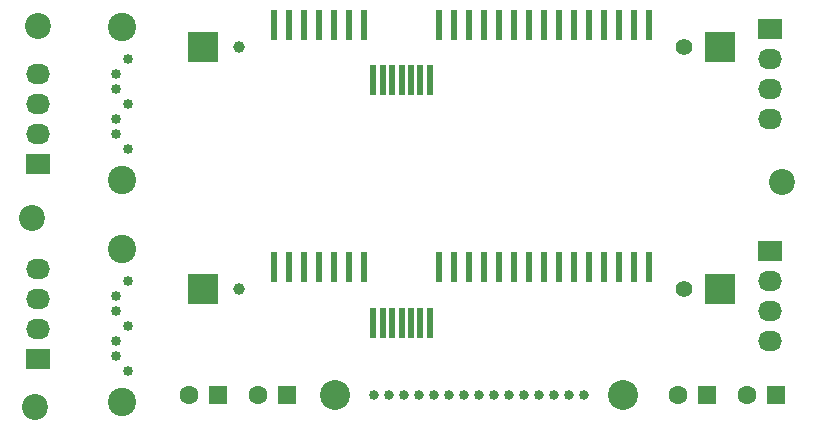
<source format=gbr>
%TF.GenerationSoftware,KiCad,Pcbnew,(5.1.10)-1*%
%TF.CreationDate,2021-07-20T23:53:59+08:00*%
%TF.ProjectId,2.5_SAS_Backend,322e355f-5341-4535-9f42-61636b656e64,rev?*%
%TF.SameCoordinates,Original*%
%TF.FileFunction,Soldermask,Bot*%
%TF.FilePolarity,Negative*%
%FSLAX46Y46*%
G04 Gerber Fmt 4.6, Leading zero omitted, Abs format (unit mm)*
G04 Created by KiCad (PCBNEW (5.1.10)-1) date 2021-07-20 23:53:59*
%MOMM*%
%LPD*%
G01*
G04 APERTURE LIST*
%ADD10C,2.200000*%
%ADD11R,2.600000X2.600000*%
%ADD12C,1.000000*%
%ADD13C,1.400000*%
%ADD14R,0.600000X2.530000*%
%ADD15R,0.500000X2.530000*%
%ADD16C,2.400000*%
%ADD17C,0.850000*%
%ADD18C,0.840000*%
%ADD19C,2.540000*%
%ADD20C,1.600000*%
%ADD21R,1.600000X1.600000*%
%ADD22R,2.030000X1.730000*%
%ADD23O,2.030000X1.730000*%
G04 APERTURE END LIST*
D10*
%TO.C,REF\u002A\u002A*%
X34798000Y-33020000D03*
%TD*%
%TO.C,REF\u002A\u002A*%
X34544000Y-65278000D03*
%TD*%
%TO.C,REF\u002A\u002A*%
X97790000Y-46228000D03*
%TD*%
%TO.C,REF\u002A\u002A*%
X34290000Y-49276000D03*
%TD*%
D11*
%TO.C,U1*%
X48750000Y-34810000D03*
X92500000Y-34810000D03*
D12*
X51750000Y-34810000D03*
D13*
X89500000Y-34810000D03*
D14*
X54750000Y-32980000D03*
X56020000Y-32980000D03*
X57290000Y-32980000D03*
X58560000Y-32980000D03*
X59830000Y-32980000D03*
X61100000Y-32980000D03*
X62370000Y-32980000D03*
D15*
X63145000Y-37650000D03*
X63945000Y-37650000D03*
X64745000Y-37650000D03*
X65545000Y-37650000D03*
X66345000Y-37650000D03*
X67145000Y-37650000D03*
X67945000Y-37650000D03*
D14*
X68720000Y-32980000D03*
X69990000Y-32980000D03*
X71260000Y-32980000D03*
X72530000Y-32980000D03*
X73800000Y-32980000D03*
X75070000Y-32980000D03*
X76340000Y-32980000D03*
X77610000Y-32980000D03*
X78880000Y-32980000D03*
X80150000Y-32980000D03*
X81420000Y-32980000D03*
X82690000Y-32980000D03*
X83960000Y-32980000D03*
X85230000Y-32980000D03*
X86500000Y-32980000D03*
%TD*%
D16*
%TO.C,U5*%
X41910000Y-51950000D03*
X41910000Y-64890000D03*
D17*
X42410000Y-54610000D03*
X41410000Y-55880000D03*
X41410000Y-57150000D03*
X42410000Y-58420000D03*
X41410000Y-59690000D03*
X41410000Y-60960000D03*
X42410000Y-62230000D03*
%TD*%
D16*
%TO.C,U3*%
X41910000Y-33154000D03*
X41910000Y-46094000D03*
D17*
X42410000Y-35814000D03*
X41410000Y-37084000D03*
X41410000Y-38354000D03*
X42410000Y-39624000D03*
X41410000Y-40894000D03*
X41410000Y-42164000D03*
X42410000Y-43434000D03*
%TD*%
D11*
%TO.C,U4*%
X48750000Y-55310000D03*
X92500000Y-55310000D03*
D12*
X51750000Y-55310000D03*
D13*
X89500000Y-55310000D03*
D14*
X54750000Y-53480000D03*
X56020000Y-53480000D03*
X57290000Y-53480000D03*
X58560000Y-53480000D03*
X59830000Y-53480000D03*
X61100000Y-53480000D03*
X62370000Y-53480000D03*
D15*
X63145000Y-58150000D03*
X63945000Y-58150000D03*
X64745000Y-58150000D03*
X65545000Y-58150000D03*
X66345000Y-58150000D03*
X67145000Y-58150000D03*
X67945000Y-58150000D03*
D14*
X68720000Y-53480000D03*
X69990000Y-53480000D03*
X71260000Y-53480000D03*
X72530000Y-53480000D03*
X73800000Y-53480000D03*
X75070000Y-53480000D03*
X76340000Y-53480000D03*
X77610000Y-53480000D03*
X78880000Y-53480000D03*
X80150000Y-53480000D03*
X81420000Y-53480000D03*
X82690000Y-53480000D03*
X83960000Y-53480000D03*
X85230000Y-53480000D03*
X86500000Y-53480000D03*
%TD*%
D18*
%TO.C,U2*%
X64458000Y-64262000D03*
X65728000Y-64262000D03*
X63188000Y-64262000D03*
X69538000Y-64262000D03*
X66998000Y-64262000D03*
X68268000Y-64262000D03*
X70808000Y-64262000D03*
X72078000Y-64262000D03*
X73348000Y-64262000D03*
X74618000Y-64262000D03*
X75888000Y-64262000D03*
X77158000Y-64262000D03*
X78428000Y-64262000D03*
X79698000Y-64262000D03*
X80968000Y-64262000D03*
D19*
X59918600Y-64262000D03*
X84328000Y-64262000D03*
%TD*%
D20*
%TO.C,5V_C2*%
X88940000Y-64262000D03*
D21*
X91440000Y-64262000D03*
%TD*%
D20*
%TO.C,12V_C3*%
X47538000Y-64262000D03*
D21*
X50038000Y-64262000D03*
%TD*%
D20*
%TO.C,12V_C4*%
X53380000Y-64262000D03*
D21*
X55880000Y-64262000D03*
%TD*%
D22*
%TO.C,M1*%
X96774000Y-52070000D03*
D23*
X96774000Y-54610000D03*
X96774000Y-57150000D03*
X96774000Y-59690000D03*
%TD*%
D22*
%TO.C,M2*%
X96774000Y-33274000D03*
D23*
X96774000Y-35814000D03*
X96774000Y-38354000D03*
X96774000Y-40894000D03*
%TD*%
D22*
%TO.C,M3*%
X34798000Y-44704000D03*
D23*
X34798000Y-42164000D03*
X34798000Y-39624000D03*
X34798000Y-37084000D03*
%TD*%
D22*
%TO.C,M4*%
X34798000Y-61214000D03*
D23*
X34798000Y-58674000D03*
X34798000Y-56134000D03*
X34798000Y-53594000D03*
%TD*%
D20*
%TO.C,5V_C1*%
X94782000Y-64262000D03*
D21*
X97282000Y-64262000D03*
%TD*%
M02*

</source>
